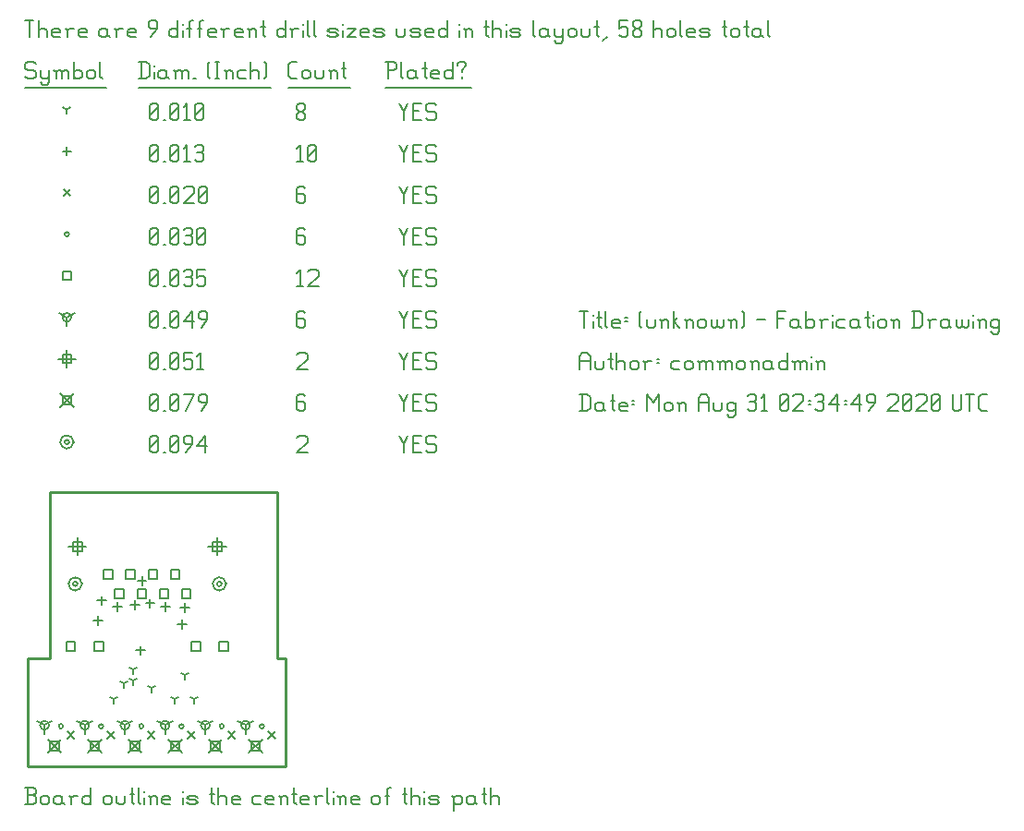
<source format=gbr>
G04 start of page 14 for group -3984 idx -3984 *
G04 Title: (unknown), fab *
G04 Creator: pcb 4.2.0 *
G04 CreationDate: Mon Aug 31 02:34:49 2020 UTC *
G04 For: commonadmin *
G04 Format: Gerber/RS-274X *
G04 PCB-Dimensions (mil): 1000.00 1100.00 *
G04 PCB-Coordinate-Origin: lower left *
%MOIN*%
%FSLAX25Y25*%
%LNFAB*%
%ADD116C,0.0100*%
%ADD115C,0.0075*%
%ADD114C,0.0060*%
%ADD113R,0.0080X0.0080*%
G54D113*X17231Y70000D02*G75*G03X18831Y70000I800J0D01*G01*
G75*G03X17231Y70000I-800J0D01*G01*
X15631D02*G75*G03X20431Y70000I2400J0D01*G01*
G75*G03X15631Y70000I-2400J0D01*G01*
X69200D02*G75*G03X70800Y70000I800J0D01*G01*
G75*G03X69200Y70000I-800J0D01*G01*
X67600D02*G75*G03X72400Y70000I2400J0D01*G01*
G75*G03X67600Y70000I-2400J0D01*G01*
X14200Y121250D02*G75*G03X15800Y121250I800J0D01*G01*
G75*G03X14200Y121250I-800J0D01*G01*
X12600D02*G75*G03X17400Y121250I2400J0D01*G01*
G75*G03X12600Y121250I-2400J0D01*G01*
G54D114*X135000Y123500D02*X136500Y120500D01*
X138000Y123500D01*
X136500Y120500D02*Y117500D01*
X139800Y120800D02*X142050D01*
X139800Y117500D02*X142800D01*
X139800Y123500D02*Y117500D01*
Y123500D02*X142800D01*
X147600D02*X148350Y122750D01*
X145350Y123500D02*X147600D01*
X144600Y122750D02*X145350Y123500D01*
X144600Y122750D02*Y121250D01*
X145350Y120500D01*
X147600D01*
X148350Y119750D01*
Y118250D01*
X147600Y117500D02*X148350Y118250D01*
X145350Y117500D02*X147600D01*
X144600Y118250D02*X145350Y117500D01*
X98000Y122750D02*X98750Y123500D01*
X101000D01*
X101750Y122750D01*
Y121250D01*
X98000Y117500D02*X101750Y121250D01*
X98000Y117500D02*X101750D01*
X45000Y118250D02*X45750Y117500D01*
X45000Y122750D02*Y118250D01*
Y122750D02*X45750Y123500D01*
X47250D01*
X48000Y122750D01*
Y118250D01*
X47250Y117500D02*X48000Y118250D01*
X45750Y117500D02*X47250D01*
X45000Y119000D02*X48000Y122000D01*
X49800Y117500D02*X50550D01*
X52350Y118250D02*X53100Y117500D01*
X52350Y122750D02*Y118250D01*
Y122750D02*X53100Y123500D01*
X54600D01*
X55350Y122750D01*
Y118250D01*
X54600Y117500D02*X55350Y118250D01*
X53100Y117500D02*X54600D01*
X52350Y119000D02*X55350Y122000D01*
X57900Y117500D02*X60150Y120500D01*
Y122750D02*Y120500D01*
X59400Y123500D02*X60150Y122750D01*
X57900Y123500D02*X59400D01*
X57150Y122750D02*X57900Y123500D01*
X57150Y122750D02*Y121250D01*
X57900Y120500D01*
X60150D01*
X61950Y119750D02*X64950Y123500D01*
X61950Y119750D02*X65700D01*
X64950Y123500D02*Y117500D01*
X8100Y13900D02*X12900Y9100D01*
X8100D02*X12900Y13900D01*
X8900Y13100D02*X12100D01*
X8900D02*Y9900D01*
X12100D01*
Y13100D02*Y9900D01*
X22600Y13900D02*X27400Y9100D01*
X22600D02*X27400Y13900D01*
X23400Y13100D02*X26600D01*
X23400D02*Y9900D01*
X26600D01*
Y13100D02*Y9900D01*
X37100Y13900D02*X41900Y9100D01*
X37100D02*X41900Y13900D01*
X37900Y13100D02*X41100D01*
X37900D02*Y9900D01*
X41100D01*
Y13100D02*Y9900D01*
X51600Y13900D02*X56400Y9100D01*
X51600D02*X56400Y13900D01*
X52400Y13100D02*X55600D01*
X52400D02*Y9900D01*
X55600D01*
Y13100D02*Y9900D01*
X66100Y13900D02*X70900Y9100D01*
X66100D02*X70900Y13900D01*
X66900Y13100D02*X70100D01*
X66900D02*Y9900D01*
X70100D01*
Y13100D02*Y9900D01*
X80600Y13900D02*X85400Y9100D01*
X80600D02*X85400Y13900D01*
X81400Y13100D02*X84600D01*
X81400D02*Y9900D01*
X84600D01*
Y13100D02*Y9900D01*
X12600Y138650D02*X17400Y133850D01*
X12600D02*X17400Y138650D01*
X13400Y137850D02*X16600D01*
X13400D02*Y134650D01*
X16600D01*
Y137850D02*Y134650D01*
X135000Y138500D02*X136500Y135500D01*
X138000Y138500D01*
X136500Y135500D02*Y132500D01*
X139800Y135800D02*X142050D01*
X139800Y132500D02*X142800D01*
X139800Y138500D02*Y132500D01*
Y138500D02*X142800D01*
X147600D02*X148350Y137750D01*
X145350Y138500D02*X147600D01*
X144600Y137750D02*X145350Y138500D01*
X144600Y137750D02*Y136250D01*
X145350Y135500D01*
X147600D01*
X148350Y134750D01*
Y133250D01*
X147600Y132500D02*X148350Y133250D01*
X145350Y132500D02*X147600D01*
X144600Y133250D02*X145350Y132500D01*
X100250Y138500D02*X101000Y137750D01*
X98750Y138500D02*X100250D01*
X98000Y137750D02*X98750Y138500D01*
X98000Y137750D02*Y133250D01*
X98750Y132500D01*
X100250Y135800D02*X101000Y135050D01*
X98000Y135800D02*X100250D01*
X98750Y132500D02*X100250D01*
X101000Y133250D01*
Y135050D02*Y133250D01*
X45000D02*X45750Y132500D01*
X45000Y137750D02*Y133250D01*
Y137750D02*X45750Y138500D01*
X47250D01*
X48000Y137750D01*
Y133250D01*
X47250Y132500D02*X48000Y133250D01*
X45750Y132500D02*X47250D01*
X45000Y134000D02*X48000Y137000D01*
X49800Y132500D02*X50550D01*
X52350Y133250D02*X53100Y132500D01*
X52350Y137750D02*Y133250D01*
Y137750D02*X53100Y138500D01*
X54600D01*
X55350Y137750D01*
Y133250D01*
X54600Y132500D02*X55350Y133250D01*
X53100Y132500D02*X54600D01*
X52350Y134000D02*X55350Y137000D01*
X57900Y132500D02*X60900Y138500D01*
X57150D02*X60900D01*
X63450Y132500D02*X65700Y135500D01*
Y137750D02*Y135500D01*
X64950Y138500D02*X65700Y137750D01*
X63450Y138500D02*X64950D01*
X62700Y137750D02*X63450Y138500D01*
X62700Y137750D02*Y136250D01*
X63450Y135500D01*
X65700D01*
X69213Y86704D02*Y80304D01*
X66013Y83504D02*X72413D01*
X67613Y85104D02*X70813D01*
X67613D02*Y81904D01*
X70813D01*
Y85104D02*Y81904D01*
X18819Y86704D02*Y80304D01*
X15619Y83504D02*X22019D01*
X17219Y85104D02*X20419D01*
X17219D02*Y81904D01*
X20419D01*
Y85104D02*Y81904D01*
X15000Y154450D02*Y148050D01*
X11800Y151250D02*X18200D01*
X13400Y152850D02*X16600D01*
X13400D02*Y149650D01*
X16600D01*
Y152850D02*Y149650D01*
X135000Y153500D02*X136500Y150500D01*
X138000Y153500D01*
X136500Y150500D02*Y147500D01*
X139800Y150800D02*X142050D01*
X139800Y147500D02*X142800D01*
X139800Y153500D02*Y147500D01*
Y153500D02*X142800D01*
X147600D02*X148350Y152750D01*
X145350Y153500D02*X147600D01*
X144600Y152750D02*X145350Y153500D01*
X144600Y152750D02*Y151250D01*
X145350Y150500D01*
X147600D01*
X148350Y149750D01*
Y148250D01*
X147600Y147500D02*X148350Y148250D01*
X145350Y147500D02*X147600D01*
X144600Y148250D02*X145350Y147500D01*
X98000Y152750D02*X98750Y153500D01*
X101000D01*
X101750Y152750D01*
Y151250D01*
X98000Y147500D02*X101750Y151250D01*
X98000Y147500D02*X101750D01*
X45000Y148250D02*X45750Y147500D01*
X45000Y152750D02*Y148250D01*
Y152750D02*X45750Y153500D01*
X47250D01*
X48000Y152750D01*
Y148250D01*
X47250Y147500D02*X48000Y148250D01*
X45750Y147500D02*X47250D01*
X45000Y149000D02*X48000Y152000D01*
X49800Y147500D02*X50550D01*
X52350Y148250D02*X53100Y147500D01*
X52350Y152750D02*Y148250D01*
Y152750D02*X53100Y153500D01*
X54600D01*
X55350Y152750D01*
Y148250D01*
X54600Y147500D02*X55350Y148250D01*
X53100Y147500D02*X54600D01*
X52350Y149000D02*X55350Y152000D01*
X57150Y153500D02*X60150D01*
X57150D02*Y150500D01*
X57900Y151250D01*
X59400D01*
X60150Y150500D01*
Y148250D01*
X59400Y147500D02*X60150Y148250D01*
X57900Y147500D02*X59400D01*
X57150Y148250D02*X57900Y147500D01*
X61950Y152300D02*X63150Y153500D01*
Y147500D01*
X61950D02*X64200D01*
X6957Y18980D02*Y15780D01*
Y18980D02*X9730Y20580D01*
X6957Y18980D02*X4183Y20580D01*
X5357Y18980D02*G75*G03X8557Y18980I1600J0D01*G01*
G75*G03X5357Y18980I-1600J0D01*G01*
X21457D02*Y15780D01*
Y18980D02*X24230Y20580D01*
X21457Y18980D02*X18683Y20580D01*
X19857Y18980D02*G75*G03X23057Y18980I1600J0D01*G01*
G75*G03X19857Y18980I-1600J0D01*G01*
X35957D02*Y15780D01*
Y18980D02*X38730Y20580D01*
X35957Y18980D02*X33183Y20580D01*
X34357Y18980D02*G75*G03X37557Y18980I1600J0D01*G01*
G75*G03X34357Y18980I-1600J0D01*G01*
X50457D02*Y15780D01*
Y18980D02*X53230Y20580D01*
X50457Y18980D02*X47683Y20580D01*
X48857Y18980D02*G75*G03X52057Y18980I1600J0D01*G01*
G75*G03X48857Y18980I-1600J0D01*G01*
X64957D02*Y15780D01*
Y18980D02*X67730Y20580D01*
X64957Y18980D02*X62183Y20580D01*
X63357Y18980D02*G75*G03X66557Y18980I1600J0D01*G01*
G75*G03X63357Y18980I-1600J0D01*G01*
X79457D02*Y15780D01*
Y18980D02*X82230Y20580D01*
X79457Y18980D02*X76683Y20580D01*
X77857Y18980D02*G75*G03X81057Y18980I1600J0D01*G01*
G75*G03X77857Y18980I-1600J0D01*G01*
X15000Y166250D02*Y163050D01*
Y166250D02*X17773Y167850D01*
X15000Y166250D02*X12227Y167850D01*
X13400Y166250D02*G75*G03X16600Y166250I1600J0D01*G01*
G75*G03X13400Y166250I-1600J0D01*G01*
X135000Y168500D02*X136500Y165500D01*
X138000Y168500D01*
X136500Y165500D02*Y162500D01*
X139800Y165800D02*X142050D01*
X139800Y162500D02*X142800D01*
X139800Y168500D02*Y162500D01*
Y168500D02*X142800D01*
X147600D02*X148350Y167750D01*
X145350Y168500D02*X147600D01*
X144600Y167750D02*X145350Y168500D01*
X144600Y167750D02*Y166250D01*
X145350Y165500D01*
X147600D01*
X148350Y164750D01*
Y163250D01*
X147600Y162500D02*X148350Y163250D01*
X145350Y162500D02*X147600D01*
X144600Y163250D02*X145350Y162500D01*
X100250Y168500D02*X101000Y167750D01*
X98750Y168500D02*X100250D01*
X98000Y167750D02*X98750Y168500D01*
X98000Y167750D02*Y163250D01*
X98750Y162500D01*
X100250Y165800D02*X101000Y165050D01*
X98000Y165800D02*X100250D01*
X98750Y162500D02*X100250D01*
X101000Y163250D01*
Y165050D02*Y163250D01*
X45000D02*X45750Y162500D01*
X45000Y167750D02*Y163250D01*
Y167750D02*X45750Y168500D01*
X47250D01*
X48000Y167750D01*
Y163250D01*
X47250Y162500D02*X48000Y163250D01*
X45750Y162500D02*X47250D01*
X45000Y164000D02*X48000Y167000D01*
X49800Y162500D02*X50550D01*
X52350Y163250D02*X53100Y162500D01*
X52350Y167750D02*Y163250D01*
Y167750D02*X53100Y168500D01*
X54600D01*
X55350Y167750D01*
Y163250D01*
X54600Y162500D02*X55350Y163250D01*
X53100Y162500D02*X54600D01*
X52350Y164000D02*X55350Y167000D01*
X57150Y164750D02*X60150Y168500D01*
X57150Y164750D02*X60900D01*
X60150Y168500D02*Y162500D01*
X63450D02*X65700Y165500D01*
Y167750D02*Y165500D01*
X64950Y168500D02*X65700Y167750D01*
X63450Y168500D02*X64950D01*
X62700Y167750D02*X63450Y168500D01*
X62700Y167750D02*Y166250D01*
X63450Y165500D01*
X65700D01*
X59935Y49120D02*X63135D01*
X59935D02*Y45920D01*
X63135D01*
Y49120D02*Y45920D01*
X69975Y49120D02*X73175D01*
X69975D02*Y45920D01*
X73175D01*
Y49120D02*Y45920D01*
X44424Y75143D02*X47624D01*
X44424D02*Y71943D01*
X47624D01*
Y75143D02*Y71943D01*
X52455Y75143D02*X55655D01*
X52455D02*Y71943D01*
X55655D01*
Y75143D02*Y71943D01*
X36392Y75143D02*X39592D01*
X36392D02*Y71943D01*
X39592D01*
Y75143D02*Y71943D01*
X28361Y75143D02*X31561D01*
X28361D02*Y71943D01*
X31561D01*
Y75143D02*Y71943D01*
X40408Y68057D02*X43608D01*
X40408D02*Y64857D01*
X43608D01*
Y68057D02*Y64857D01*
X32376Y68057D02*X35576D01*
X32376D02*Y64857D01*
X35576D01*
Y68057D02*Y64857D01*
X48439Y68057D02*X51639D01*
X48439D02*Y64857D01*
X51639D01*
Y68057D02*Y64857D01*
X56471Y68057D02*X59671D01*
X56471D02*Y64857D01*
X59671D01*
Y68057D02*Y64857D01*
X14857Y49120D02*X18057D01*
X14857D02*Y45920D01*
X18057D01*
Y49120D02*Y45920D01*
X24896Y49120D02*X28096D01*
X24896D02*Y45920D01*
X28096D01*
Y49120D02*Y45920D01*
X13400Y182850D02*X16600D01*
X13400D02*Y179650D01*
X16600D01*
Y182850D02*Y179650D01*
X135000Y183500D02*X136500Y180500D01*
X138000Y183500D01*
X136500Y180500D02*Y177500D01*
X139800Y180800D02*X142050D01*
X139800Y177500D02*X142800D01*
X139800Y183500D02*Y177500D01*
Y183500D02*X142800D01*
X147600D02*X148350Y182750D01*
X145350Y183500D02*X147600D01*
X144600Y182750D02*X145350Y183500D01*
X144600Y182750D02*Y181250D01*
X145350Y180500D01*
X147600D01*
X148350Y179750D01*
Y178250D01*
X147600Y177500D02*X148350Y178250D01*
X145350Y177500D02*X147600D01*
X144600Y178250D02*X145350Y177500D01*
X98000Y182300D02*X99200Y183500D01*
Y177500D01*
X98000D02*X100250D01*
X102050Y182750D02*X102800Y183500D01*
X105050D01*
X105800Y182750D01*
Y181250D01*
X102050Y177500D02*X105800Y181250D01*
X102050Y177500D02*X105800D01*
X45000Y178250D02*X45750Y177500D01*
X45000Y182750D02*Y178250D01*
Y182750D02*X45750Y183500D01*
X47250D01*
X48000Y182750D01*
Y178250D01*
X47250Y177500D02*X48000Y178250D01*
X45750Y177500D02*X47250D01*
X45000Y179000D02*X48000Y182000D01*
X49800Y177500D02*X50550D01*
X52350Y178250D02*X53100Y177500D01*
X52350Y182750D02*Y178250D01*
Y182750D02*X53100Y183500D01*
X54600D01*
X55350Y182750D01*
Y178250D01*
X54600Y177500D02*X55350Y178250D01*
X53100Y177500D02*X54600D01*
X52350Y179000D02*X55350Y182000D01*
X57150Y182750D02*X57900Y183500D01*
X59400D01*
X60150Y182750D01*
X59400Y177500D02*X60150Y178250D01*
X57900Y177500D02*X59400D01*
X57150Y178250D02*X57900Y177500D01*
Y180800D02*X59400D01*
X60150Y182750D02*Y181550D01*
Y180050D02*Y178250D01*
Y180050D02*X59400Y180800D01*
X60150Y181550D02*X59400Y180800D01*
X61950Y183500D02*X64950D01*
X61950D02*Y180500D01*
X62700Y181250D01*
X64200D01*
X64950Y180500D01*
Y178250D01*
X64200Y177500D02*X64950Y178250D01*
X62700Y177500D02*X64200D01*
X61950Y178250D02*X62700Y177500D01*
X12062Y18587D02*G75*G03X13662Y18587I800J0D01*G01*
G75*G03X12062Y18587I-800J0D01*G01*
X26562D02*G75*G03X28162Y18587I800J0D01*G01*
G75*G03X26562Y18587I-800J0D01*G01*
X41062D02*G75*G03X42662Y18587I800J0D01*G01*
G75*G03X41062Y18587I-800J0D01*G01*
X55562D02*G75*G03X57162Y18587I800J0D01*G01*
G75*G03X55562Y18587I-800J0D01*G01*
X70062D02*G75*G03X71662Y18587I800J0D01*G01*
G75*G03X70062Y18587I-800J0D01*G01*
X84562D02*G75*G03X86162Y18587I800J0D01*G01*
G75*G03X84562Y18587I-800J0D01*G01*
X14200Y196250D02*G75*G03X15800Y196250I800J0D01*G01*
G75*G03X14200Y196250I-800J0D01*G01*
X135000Y198500D02*X136500Y195500D01*
X138000Y198500D01*
X136500Y195500D02*Y192500D01*
X139800Y195800D02*X142050D01*
X139800Y192500D02*X142800D01*
X139800Y198500D02*Y192500D01*
Y198500D02*X142800D01*
X147600D02*X148350Y197750D01*
X145350Y198500D02*X147600D01*
X144600Y197750D02*X145350Y198500D01*
X144600Y197750D02*Y196250D01*
X145350Y195500D01*
X147600D01*
X148350Y194750D01*
Y193250D01*
X147600Y192500D02*X148350Y193250D01*
X145350Y192500D02*X147600D01*
X144600Y193250D02*X145350Y192500D01*
X100250Y198500D02*X101000Y197750D01*
X98750Y198500D02*X100250D01*
X98000Y197750D02*X98750Y198500D01*
X98000Y197750D02*Y193250D01*
X98750Y192500D01*
X100250Y195800D02*X101000Y195050D01*
X98000Y195800D02*X100250D01*
X98750Y192500D02*X100250D01*
X101000Y193250D01*
Y195050D02*Y193250D01*
X45000D02*X45750Y192500D01*
X45000Y197750D02*Y193250D01*
Y197750D02*X45750Y198500D01*
X47250D01*
X48000Y197750D01*
Y193250D01*
X47250Y192500D02*X48000Y193250D01*
X45750Y192500D02*X47250D01*
X45000Y194000D02*X48000Y197000D01*
X49800Y192500D02*X50550D01*
X52350Y193250D02*X53100Y192500D01*
X52350Y197750D02*Y193250D01*
Y197750D02*X53100Y198500D01*
X54600D01*
X55350Y197750D01*
Y193250D01*
X54600Y192500D02*X55350Y193250D01*
X53100Y192500D02*X54600D01*
X52350Y194000D02*X55350Y197000D01*
X57150Y197750D02*X57900Y198500D01*
X59400D01*
X60150Y197750D01*
X59400Y192500D02*X60150Y193250D01*
X57900Y192500D02*X59400D01*
X57150Y193250D02*X57900Y192500D01*
Y195800D02*X59400D01*
X60150Y197750D02*Y196550D01*
Y195050D02*Y193250D01*
Y195050D02*X59400Y195800D01*
X60150Y196550D02*X59400Y195800D01*
X61950Y193250D02*X62700Y192500D01*
X61950Y197750D02*Y193250D01*
Y197750D02*X62700Y198500D01*
X64200D01*
X64950Y197750D01*
Y193250D01*
X64200Y192500D02*X64950Y193250D01*
X62700Y192500D02*X64200D01*
X61950Y194000D02*X64950Y197000D01*
X15206Y16637D02*X17606Y14237D01*
X15206D02*X17606Y16637D01*
X29706D02*X32106Y14237D01*
X29706D02*X32106Y16637D01*
X44206D02*X46606Y14237D01*
X44206D02*X46606Y16637D01*
X58706D02*X61106Y14237D01*
X58706D02*X61106Y16637D01*
X73206D02*X75606Y14237D01*
X73206D02*X75606Y16637D01*
X87706D02*X90106Y14237D01*
X87706D02*X90106Y16637D01*
X13800Y212450D02*X16200Y210050D01*
X13800D02*X16200Y212450D01*
X135000Y213500D02*X136500Y210500D01*
X138000Y213500D01*
X136500Y210500D02*Y207500D01*
X139800Y210800D02*X142050D01*
X139800Y207500D02*X142800D01*
X139800Y213500D02*Y207500D01*
Y213500D02*X142800D01*
X147600D02*X148350Y212750D01*
X145350Y213500D02*X147600D01*
X144600Y212750D02*X145350Y213500D01*
X144600Y212750D02*Y211250D01*
X145350Y210500D01*
X147600D01*
X148350Y209750D01*
Y208250D01*
X147600Y207500D02*X148350Y208250D01*
X145350Y207500D02*X147600D01*
X144600Y208250D02*X145350Y207500D01*
X100250Y213500D02*X101000Y212750D01*
X98750Y213500D02*X100250D01*
X98000Y212750D02*X98750Y213500D01*
X98000Y212750D02*Y208250D01*
X98750Y207500D01*
X100250Y210800D02*X101000Y210050D01*
X98000Y210800D02*X100250D01*
X98750Y207500D02*X100250D01*
X101000Y208250D01*
Y210050D02*Y208250D01*
X45000D02*X45750Y207500D01*
X45000Y212750D02*Y208250D01*
Y212750D02*X45750Y213500D01*
X47250D01*
X48000Y212750D01*
Y208250D01*
X47250Y207500D02*X48000Y208250D01*
X45750Y207500D02*X47250D01*
X45000Y209000D02*X48000Y212000D01*
X49800Y207500D02*X50550D01*
X52350Y208250D02*X53100Y207500D01*
X52350Y212750D02*Y208250D01*
Y212750D02*X53100Y213500D01*
X54600D01*
X55350Y212750D01*
Y208250D01*
X54600Y207500D02*X55350Y208250D01*
X53100Y207500D02*X54600D01*
X52350Y209000D02*X55350Y212000D01*
X57150Y212750D02*X57900Y213500D01*
X60150D01*
X60900Y212750D01*
Y211250D01*
X57150Y207500D02*X60900Y211250D01*
X57150Y207500D02*X60900D01*
X62700Y208250D02*X63450Y207500D01*
X62700Y212750D02*Y208250D01*
Y212750D02*X63450Y213500D01*
X64950D01*
X65700Y212750D01*
Y208250D01*
X64950Y207500D02*X65700Y208250D01*
X63450Y207500D02*X64950D01*
X62700Y209000D02*X65700Y212000D01*
X26200Y58500D02*Y55300D01*
X24600Y56900D02*X27800D01*
X41500Y47600D02*Y44400D01*
X39900Y46000D02*X43100D01*
X56500Y57100D02*Y53900D01*
X54900Y55500D02*X58100D01*
X57500Y63100D02*Y59900D01*
X55900Y61500D02*X59100D01*
X27500Y65600D02*Y62400D01*
X25900Y64000D02*X29100D01*
X45000Y64600D02*Y61400D01*
X43400Y63000D02*X46600D01*
X33300Y63500D02*Y60300D01*
X31700Y61900D02*X34900D01*
X39500Y64100D02*Y60900D01*
X37900Y62500D02*X41100D01*
X42100Y72700D02*Y69500D01*
X40500Y71100D02*X43700D01*
X50500Y63400D02*Y60200D01*
X48900Y61800D02*X52100D01*
X15000Y227850D02*Y224650D01*
X13400Y226250D02*X16600D01*
X135000Y228500D02*X136500Y225500D01*
X138000Y228500D01*
X136500Y225500D02*Y222500D01*
X139800Y225800D02*X142050D01*
X139800Y222500D02*X142800D01*
X139800Y228500D02*Y222500D01*
Y228500D02*X142800D01*
X147600D02*X148350Y227750D01*
X145350Y228500D02*X147600D01*
X144600Y227750D02*X145350Y228500D01*
X144600Y227750D02*Y226250D01*
X145350Y225500D01*
X147600D01*
X148350Y224750D01*
Y223250D01*
X147600Y222500D02*X148350Y223250D01*
X145350Y222500D02*X147600D01*
X144600Y223250D02*X145350Y222500D01*
X98000Y227300D02*X99200Y228500D01*
Y222500D01*
X98000D02*X100250D01*
X102050Y223250D02*X102800Y222500D01*
X102050Y227750D02*Y223250D01*
Y227750D02*X102800Y228500D01*
X104300D01*
X105050Y227750D01*
Y223250D01*
X104300Y222500D02*X105050Y223250D01*
X102800Y222500D02*X104300D01*
X102050Y224000D02*X105050Y227000D01*
X45000Y223250D02*X45750Y222500D01*
X45000Y227750D02*Y223250D01*
Y227750D02*X45750Y228500D01*
X47250D01*
X48000Y227750D01*
Y223250D01*
X47250Y222500D02*X48000Y223250D01*
X45750Y222500D02*X47250D01*
X45000Y224000D02*X48000Y227000D01*
X49800Y222500D02*X50550D01*
X52350Y223250D02*X53100Y222500D01*
X52350Y227750D02*Y223250D01*
Y227750D02*X53100Y228500D01*
X54600D01*
X55350Y227750D01*
Y223250D01*
X54600Y222500D02*X55350Y223250D01*
X53100Y222500D02*X54600D01*
X52350Y224000D02*X55350Y227000D01*
X57150Y227300D02*X58350Y228500D01*
Y222500D01*
X57150D02*X59400D01*
X61200Y227750D02*X61950Y228500D01*
X63450D01*
X64200Y227750D01*
X63450Y222500D02*X64200Y223250D01*
X61950Y222500D02*X63450D01*
X61200Y223250D02*X61950Y222500D01*
Y225800D02*X63450D01*
X64200Y227750D02*Y226550D01*
Y225050D02*Y223250D01*
Y225050D02*X63450Y225800D01*
X64200Y226550D02*X63450Y225800D01*
X54000Y28500D02*Y26900D01*
Y28500D02*X55387Y29300D01*
X54000Y28500D02*X52613Y29300D01*
X57500Y37000D02*Y35400D01*
Y37000D02*X58887Y37800D01*
X57500Y37000D02*X56113Y37800D01*
X39000Y35000D02*Y33400D01*
Y35000D02*X40387Y35800D01*
X39000Y35000D02*X37613Y35800D01*
X39000Y39000D02*Y37400D01*
Y39000D02*X40387Y39800D01*
X39000Y39000D02*X37613Y39800D01*
X35500Y34000D02*Y32400D01*
Y34000D02*X36887Y34800D01*
X35500Y34000D02*X34113Y34800D01*
X32000Y28500D02*Y26900D01*
Y28500D02*X33387Y29300D01*
X32000Y28500D02*X30613Y29300D01*
X45500Y32500D02*Y30900D01*
Y32500D02*X46887Y33300D01*
X45500Y32500D02*X44113Y33300D01*
X61000Y28500D02*Y26900D01*
Y28500D02*X62387Y29300D01*
X61000Y28500D02*X59613Y29300D01*
X15000Y241250D02*Y239650D01*
Y241250D02*X16387Y242050D01*
X15000Y241250D02*X13613Y242050D01*
X135000Y243500D02*X136500Y240500D01*
X138000Y243500D01*
X136500Y240500D02*Y237500D01*
X139800Y240800D02*X142050D01*
X139800Y237500D02*X142800D01*
X139800Y243500D02*Y237500D01*
Y243500D02*X142800D01*
X147600D02*X148350Y242750D01*
X145350Y243500D02*X147600D01*
X144600Y242750D02*X145350Y243500D01*
X144600Y242750D02*Y241250D01*
X145350Y240500D01*
X147600D01*
X148350Y239750D01*
Y238250D01*
X147600Y237500D02*X148350Y238250D01*
X145350Y237500D02*X147600D01*
X144600Y238250D02*X145350Y237500D01*
X98000Y238250D02*X98750Y237500D01*
X98000Y239450D02*Y238250D01*
Y239450D02*X99050Y240500D01*
X99950D01*
X101000Y239450D01*
Y238250D01*
X100250Y237500D02*X101000Y238250D01*
X98750Y237500D02*X100250D01*
X98000Y241550D02*X99050Y240500D01*
X98000Y242750D02*Y241550D01*
Y242750D02*X98750Y243500D01*
X100250D01*
X101000Y242750D01*
Y241550D01*
X99950Y240500D02*X101000Y241550D01*
X45000Y238250D02*X45750Y237500D01*
X45000Y242750D02*Y238250D01*
Y242750D02*X45750Y243500D01*
X47250D01*
X48000Y242750D01*
Y238250D01*
X47250Y237500D02*X48000Y238250D01*
X45750Y237500D02*X47250D01*
X45000Y239000D02*X48000Y242000D01*
X49800Y237500D02*X50550D01*
X52350Y238250D02*X53100Y237500D01*
X52350Y242750D02*Y238250D01*
Y242750D02*X53100Y243500D01*
X54600D01*
X55350Y242750D01*
Y238250D01*
X54600Y237500D02*X55350Y238250D01*
X53100Y237500D02*X54600D01*
X52350Y239000D02*X55350Y242000D01*
X57150Y242300D02*X58350Y243500D01*
Y237500D01*
X57150D02*X59400D01*
X61200Y238250D02*X61950Y237500D01*
X61200Y242750D02*Y238250D01*
Y242750D02*X61950Y243500D01*
X63450D01*
X64200Y242750D01*
Y238250D01*
X63450Y237500D02*X64200Y238250D01*
X61950Y237500D02*X63450D01*
X61200Y239000D02*X64200Y242000D01*
X3000Y258500D02*X3750Y257750D01*
X750Y258500D02*X3000D01*
X0Y257750D02*X750Y258500D01*
X0Y257750D02*Y256250D01*
X750Y255500D01*
X3000D01*
X3750Y254750D01*
Y253250D01*
X3000Y252500D02*X3750Y253250D01*
X750Y252500D02*X3000D01*
X0Y253250D02*X750Y252500D01*
X5550Y255500D02*Y253250D01*
X6300Y252500D01*
X8550Y255500D02*Y251000D01*
X7800Y250250D02*X8550Y251000D01*
X6300Y250250D02*X7800D01*
X5550Y251000D02*X6300Y250250D01*
Y252500D02*X7800D01*
X8550Y253250D01*
X11100Y254750D02*Y252500D01*
Y254750D02*X11850Y255500D01*
X12600D01*
X13350Y254750D01*
Y252500D01*
Y254750D02*X14100Y255500D01*
X14850D01*
X15600Y254750D01*
Y252500D01*
X10350Y255500D02*X11100Y254750D01*
X17400Y258500D02*Y252500D01*
Y253250D02*X18150Y252500D01*
X19650D01*
X20400Y253250D01*
Y254750D02*Y253250D01*
X19650Y255500D02*X20400Y254750D01*
X18150Y255500D02*X19650D01*
X17400Y254750D02*X18150Y255500D01*
X22200Y254750D02*Y253250D01*
Y254750D02*X22950Y255500D01*
X24450D01*
X25200Y254750D01*
Y253250D01*
X24450Y252500D02*X25200Y253250D01*
X22950Y252500D02*X24450D01*
X22200Y253250D02*X22950Y252500D01*
X27000Y258500D02*Y253250D01*
X27750Y252500D01*
X0Y249250D02*X29250D01*
X41750Y258500D02*Y252500D01*
X43700Y258500D02*X44750Y257450D01*
Y253550D01*
X43700Y252500D02*X44750Y253550D01*
X41000Y252500D02*X43700D01*
X41000Y258500D02*X43700D01*
G54D115*X46550Y257000D02*Y256850D01*
G54D114*Y254750D02*Y252500D01*
X50300Y255500D02*X51050Y254750D01*
X48800Y255500D02*X50300D01*
X48050Y254750D02*X48800Y255500D01*
X48050Y254750D02*Y253250D01*
X48800Y252500D01*
X51050Y255500D02*Y253250D01*
X51800Y252500D01*
X48800D02*X50300D01*
X51050Y253250D01*
X54350Y254750D02*Y252500D01*
Y254750D02*X55100Y255500D01*
X55850D01*
X56600Y254750D01*
Y252500D01*
Y254750D02*X57350Y255500D01*
X58100D01*
X58850Y254750D01*
Y252500D01*
X53600Y255500D02*X54350Y254750D01*
X60650Y252500D02*X61400D01*
X65900Y253250D02*X66650Y252500D01*
X65900Y257750D02*X66650Y258500D01*
X65900Y257750D02*Y253250D01*
X68450Y258500D02*X69950D01*
X69200D02*Y252500D01*
X68450D02*X69950D01*
X72500Y254750D02*Y252500D01*
Y254750D02*X73250Y255500D01*
X74000D01*
X74750Y254750D01*
Y252500D01*
X71750Y255500D02*X72500Y254750D01*
X77300Y255500D02*X79550D01*
X76550Y254750D02*X77300Y255500D01*
X76550Y254750D02*Y253250D01*
X77300Y252500D01*
X79550D01*
X81350Y258500D02*Y252500D01*
Y254750D02*X82100Y255500D01*
X83600D01*
X84350Y254750D01*
Y252500D01*
X86150Y258500D02*X86900Y257750D01*
Y253250D01*
X86150Y252500D02*X86900Y253250D01*
X41000Y249250D02*X88700D01*
X96050Y252500D02*X98000D01*
X95000Y253550D02*X96050Y252500D01*
X95000Y257450D02*Y253550D01*
Y257450D02*X96050Y258500D01*
X98000D01*
X99800Y254750D02*Y253250D01*
Y254750D02*X100550Y255500D01*
X102050D01*
X102800Y254750D01*
Y253250D01*
X102050Y252500D02*X102800Y253250D01*
X100550Y252500D02*X102050D01*
X99800Y253250D02*X100550Y252500D01*
X104600Y255500D02*Y253250D01*
X105350Y252500D01*
X106850D01*
X107600Y253250D01*
Y255500D02*Y253250D01*
X110150Y254750D02*Y252500D01*
Y254750D02*X110900Y255500D01*
X111650D01*
X112400Y254750D01*
Y252500D01*
X109400Y255500D02*X110150Y254750D01*
X114950Y258500D02*Y253250D01*
X115700Y252500D01*
X114200Y256250D02*X115700D01*
X95000Y249250D02*X117200D01*
X130750Y258500D02*Y252500D01*
X130000Y258500D02*X133000D01*
X133750Y257750D01*
Y256250D01*
X133000Y255500D02*X133750Y256250D01*
X130750Y255500D02*X133000D01*
X135550Y258500D02*Y253250D01*
X136300Y252500D01*
X140050Y255500D02*X140800Y254750D01*
X138550Y255500D02*X140050D01*
X137800Y254750D02*X138550Y255500D01*
X137800Y254750D02*Y253250D01*
X138550Y252500D01*
X140800Y255500D02*Y253250D01*
X141550Y252500D01*
X138550D02*X140050D01*
X140800Y253250D01*
X144100Y258500D02*Y253250D01*
X144850Y252500D01*
X143350Y256250D02*X144850D01*
X147100Y252500D02*X149350D01*
X146350Y253250D02*X147100Y252500D01*
X146350Y254750D02*Y253250D01*
Y254750D02*X147100Y255500D01*
X148600D01*
X149350Y254750D01*
X146350Y254000D02*X149350D01*
Y254750D02*Y254000D01*
X154150Y258500D02*Y252500D01*
X153400D02*X154150Y253250D01*
X151900Y252500D02*X153400D01*
X151150Y253250D02*X151900Y252500D01*
X151150Y254750D02*Y253250D01*
Y254750D02*X151900Y255500D01*
X153400D01*
X154150Y254750D01*
X157450Y255500D02*Y254750D01*
Y253250D02*Y252500D01*
X155950Y257750D02*Y257000D01*
Y257750D02*X156700Y258500D01*
X158200D01*
X158950Y257750D01*
Y257000D01*
X157450Y255500D02*X158950Y257000D01*
X130000Y249250D02*X160750D01*
X0Y273500D02*X3000D01*
X1500D02*Y267500D01*
X4800Y273500D02*Y267500D01*
Y269750D02*X5550Y270500D01*
X7050D01*
X7800Y269750D01*
Y267500D01*
X10350D02*X12600D01*
X9600Y268250D02*X10350Y267500D01*
X9600Y269750D02*Y268250D01*
Y269750D02*X10350Y270500D01*
X11850D01*
X12600Y269750D01*
X9600Y269000D02*X12600D01*
Y269750D02*Y269000D01*
X15150Y269750D02*Y267500D01*
Y269750D02*X15900Y270500D01*
X17400D01*
X14400D02*X15150Y269750D01*
X19950Y267500D02*X22200D01*
X19200Y268250D02*X19950Y267500D01*
X19200Y269750D02*Y268250D01*
Y269750D02*X19950Y270500D01*
X21450D01*
X22200Y269750D01*
X19200Y269000D02*X22200D01*
Y269750D02*Y269000D01*
X28950Y270500D02*X29700Y269750D01*
X27450Y270500D02*X28950D01*
X26700Y269750D02*X27450Y270500D01*
X26700Y269750D02*Y268250D01*
X27450Y267500D01*
X29700Y270500D02*Y268250D01*
X30450Y267500D01*
X27450D02*X28950D01*
X29700Y268250D01*
X33000Y269750D02*Y267500D01*
Y269750D02*X33750Y270500D01*
X35250D01*
X32250D02*X33000Y269750D01*
X37800Y267500D02*X40050D01*
X37050Y268250D02*X37800Y267500D01*
X37050Y269750D02*Y268250D01*
Y269750D02*X37800Y270500D01*
X39300D01*
X40050Y269750D01*
X37050Y269000D02*X40050D01*
Y269750D02*Y269000D01*
X45300Y267500D02*X47550Y270500D01*
Y272750D02*Y270500D01*
X46800Y273500D02*X47550Y272750D01*
X45300Y273500D02*X46800D01*
X44550Y272750D02*X45300Y273500D01*
X44550Y272750D02*Y271250D01*
X45300Y270500D01*
X47550D01*
X55050Y273500D02*Y267500D01*
X54300D02*X55050Y268250D01*
X52800Y267500D02*X54300D01*
X52050Y268250D02*X52800Y267500D01*
X52050Y269750D02*Y268250D01*
Y269750D02*X52800Y270500D01*
X54300D01*
X55050Y269750D01*
G54D115*X56850Y272000D02*Y271850D01*
G54D114*Y269750D02*Y267500D01*
X59100Y272750D02*Y267500D01*
Y272750D02*X59850Y273500D01*
X60600D01*
X58350Y270500D02*X59850D01*
X62850Y272750D02*Y267500D01*
Y272750D02*X63600Y273500D01*
X64350D01*
X62100Y270500D02*X63600D01*
X66600Y267500D02*X68850D01*
X65850Y268250D02*X66600Y267500D01*
X65850Y269750D02*Y268250D01*
Y269750D02*X66600Y270500D01*
X68100D01*
X68850Y269750D01*
X65850Y269000D02*X68850D01*
Y269750D02*Y269000D01*
X71400Y269750D02*Y267500D01*
Y269750D02*X72150Y270500D01*
X73650D01*
X70650D02*X71400Y269750D01*
X76200Y267500D02*X78450D01*
X75450Y268250D02*X76200Y267500D01*
X75450Y269750D02*Y268250D01*
Y269750D02*X76200Y270500D01*
X77700D01*
X78450Y269750D01*
X75450Y269000D02*X78450D01*
Y269750D02*Y269000D01*
X81000Y269750D02*Y267500D01*
Y269750D02*X81750Y270500D01*
X82500D01*
X83250Y269750D01*
Y267500D01*
X80250Y270500D02*X81000Y269750D01*
X85800Y273500D02*Y268250D01*
X86550Y267500D01*
X85050Y271250D02*X86550D01*
X93750Y273500D02*Y267500D01*
X93000D02*X93750Y268250D01*
X91500Y267500D02*X93000D01*
X90750Y268250D02*X91500Y267500D01*
X90750Y269750D02*Y268250D01*
Y269750D02*X91500Y270500D01*
X93000D01*
X93750Y269750D01*
X96300D02*Y267500D01*
Y269750D02*X97050Y270500D01*
X98550D01*
X95550D02*X96300Y269750D01*
G54D115*X100350Y272000D02*Y271850D01*
G54D114*Y269750D02*Y267500D01*
X101850Y273500D02*Y268250D01*
X102600Y267500D01*
X104100Y273500D02*Y268250D01*
X104850Y267500D01*
X109800D02*X112050D01*
X112800Y268250D01*
X112050Y269000D02*X112800Y268250D01*
X109800Y269000D02*X112050D01*
X109050Y269750D02*X109800Y269000D01*
X109050Y269750D02*X109800Y270500D01*
X112050D01*
X112800Y269750D01*
X109050Y268250D02*X109800Y267500D01*
G54D115*X114600Y272000D02*Y271850D01*
G54D114*Y269750D02*Y267500D01*
X116100Y270500D02*X119100D01*
X116100Y267500D02*X119100Y270500D01*
X116100Y267500D02*X119100D01*
X121650D02*X123900D01*
X120900Y268250D02*X121650Y267500D01*
X120900Y269750D02*Y268250D01*
Y269750D02*X121650Y270500D01*
X123150D01*
X123900Y269750D01*
X120900Y269000D02*X123900D01*
Y269750D02*Y269000D01*
X126450Y267500D02*X128700D01*
X129450Y268250D01*
X128700Y269000D02*X129450Y268250D01*
X126450Y269000D02*X128700D01*
X125700Y269750D02*X126450Y269000D01*
X125700Y269750D02*X126450Y270500D01*
X128700D01*
X129450Y269750D01*
X125700Y268250D02*X126450Y267500D01*
X133950Y270500D02*Y268250D01*
X134700Y267500D01*
X136200D01*
X136950Y268250D01*
Y270500D02*Y268250D01*
X139500Y267500D02*X141750D01*
X142500Y268250D01*
X141750Y269000D02*X142500Y268250D01*
X139500Y269000D02*X141750D01*
X138750Y269750D02*X139500Y269000D01*
X138750Y269750D02*X139500Y270500D01*
X141750D01*
X142500Y269750D01*
X138750Y268250D02*X139500Y267500D01*
X145050D02*X147300D01*
X144300Y268250D02*X145050Y267500D01*
X144300Y269750D02*Y268250D01*
Y269750D02*X145050Y270500D01*
X146550D01*
X147300Y269750D01*
X144300Y269000D02*X147300D01*
Y269750D02*Y269000D01*
X152100Y273500D02*Y267500D01*
X151350D02*X152100Y268250D01*
X149850Y267500D02*X151350D01*
X149100Y268250D02*X149850Y267500D01*
X149100Y269750D02*Y268250D01*
Y269750D02*X149850Y270500D01*
X151350D01*
X152100Y269750D01*
G54D115*X156600Y272000D02*Y271850D01*
G54D114*Y269750D02*Y267500D01*
X158850Y269750D02*Y267500D01*
Y269750D02*X159600Y270500D01*
X160350D01*
X161100Y269750D01*
Y267500D01*
X158100Y270500D02*X158850Y269750D01*
X166350Y273500D02*Y268250D01*
X167100Y267500D01*
X165600Y271250D02*X167100D01*
X168600Y273500D02*Y267500D01*
Y269750D02*X169350Y270500D01*
X170850D01*
X171600Y269750D01*
Y267500D01*
G54D115*X173400Y272000D02*Y271850D01*
G54D114*Y269750D02*Y267500D01*
X175650D02*X177900D01*
X178650Y268250D01*
X177900Y269000D02*X178650Y268250D01*
X175650Y269000D02*X177900D01*
X174900Y269750D02*X175650Y269000D01*
X174900Y269750D02*X175650Y270500D01*
X177900D01*
X178650Y269750D01*
X174900Y268250D02*X175650Y267500D01*
X183150Y273500D02*Y268250D01*
X183900Y267500D01*
X187650Y270500D02*X188400Y269750D01*
X186150Y270500D02*X187650D01*
X185400Y269750D02*X186150Y270500D01*
X185400Y269750D02*Y268250D01*
X186150Y267500D01*
X188400Y270500D02*Y268250D01*
X189150Y267500D01*
X186150D02*X187650D01*
X188400Y268250D01*
X190950Y270500D02*Y268250D01*
X191700Y267500D01*
X193950Y270500D02*Y266000D01*
X193200Y265250D02*X193950Y266000D01*
X191700Y265250D02*X193200D01*
X190950Y266000D02*X191700Y265250D01*
Y267500D02*X193200D01*
X193950Y268250D01*
X195750Y269750D02*Y268250D01*
Y269750D02*X196500Y270500D01*
X198000D01*
X198750Y269750D01*
Y268250D01*
X198000Y267500D02*X198750Y268250D01*
X196500Y267500D02*X198000D01*
X195750Y268250D02*X196500Y267500D01*
X200550Y270500D02*Y268250D01*
X201300Y267500D01*
X202800D01*
X203550Y268250D01*
Y270500D02*Y268250D01*
X206100Y273500D02*Y268250D01*
X206850Y267500D01*
X205350Y271250D02*X206850D01*
X208350Y266000D02*X209850Y267500D01*
X214350Y273500D02*X217350D01*
X214350D02*Y270500D01*
X215100Y271250D01*
X216600D01*
X217350Y270500D01*
Y268250D01*
X216600Y267500D02*X217350Y268250D01*
X215100Y267500D02*X216600D01*
X214350Y268250D02*X215100Y267500D01*
X219150Y268250D02*X219900Y267500D01*
X219150Y269450D02*Y268250D01*
Y269450D02*X220200Y270500D01*
X221100D01*
X222150Y269450D01*
Y268250D01*
X221400Y267500D02*X222150Y268250D01*
X219900Y267500D02*X221400D01*
X219150Y271550D02*X220200Y270500D01*
X219150Y272750D02*Y271550D01*
Y272750D02*X219900Y273500D01*
X221400D01*
X222150Y272750D01*
Y271550D01*
X221100Y270500D02*X222150Y271550D01*
X226650Y273500D02*Y267500D01*
Y269750D02*X227400Y270500D01*
X228900D01*
X229650Y269750D01*
Y267500D01*
X231450Y269750D02*Y268250D01*
Y269750D02*X232200Y270500D01*
X233700D01*
X234450Y269750D01*
Y268250D01*
X233700Y267500D02*X234450Y268250D01*
X232200Y267500D02*X233700D01*
X231450Y268250D02*X232200Y267500D01*
X236250Y273500D02*Y268250D01*
X237000Y267500D01*
X239250D02*X241500D01*
X238500Y268250D02*X239250Y267500D01*
X238500Y269750D02*Y268250D01*
Y269750D02*X239250Y270500D01*
X240750D01*
X241500Y269750D01*
X238500Y269000D02*X241500D01*
Y269750D02*Y269000D01*
X244050Y267500D02*X246300D01*
X247050Y268250D01*
X246300Y269000D02*X247050Y268250D01*
X244050Y269000D02*X246300D01*
X243300Y269750D02*X244050Y269000D01*
X243300Y269750D02*X244050Y270500D01*
X246300D01*
X247050Y269750D01*
X243300Y268250D02*X244050Y267500D01*
X252300Y273500D02*Y268250D01*
X253050Y267500D01*
X251550Y271250D02*X253050D01*
X254550Y269750D02*Y268250D01*
Y269750D02*X255300Y270500D01*
X256800D01*
X257550Y269750D01*
Y268250D01*
X256800Y267500D02*X257550Y268250D01*
X255300Y267500D02*X256800D01*
X254550Y268250D02*X255300Y267500D01*
X260100Y273500D02*Y268250D01*
X260850Y267500D01*
X259350Y271250D02*X260850D01*
X264600Y270500D02*X265350Y269750D01*
X263100Y270500D02*X264600D01*
X262350Y269750D02*X263100Y270500D01*
X262350Y269750D02*Y268250D01*
X263100Y267500D01*
X265350Y270500D02*Y268250D01*
X266100Y267500D01*
X263100D02*X264600D01*
X265350Y268250D01*
X267900Y273500D02*Y268250D01*
X268650Y267500D01*
G54D116*X9000Y103000D02*Y43000D01*
X1000D01*
Y4000D01*
X94000D01*
X9000Y103000D02*X91000D01*
Y43000D01*
X94000D01*
Y4000D01*
G54D114*X0Y-9500D02*X3000D01*
X3750Y-8750D01*
Y-6950D02*Y-8750D01*
X3000Y-6200D02*X3750Y-6950D01*
X750Y-6200D02*X3000D01*
X750Y-3500D02*Y-9500D01*
X0Y-3500D02*X3000D01*
X3750Y-4250D01*
Y-5450D01*
X3000Y-6200D02*X3750Y-5450D01*
X5550Y-7250D02*Y-8750D01*
Y-7250D02*X6300Y-6500D01*
X7800D01*
X8550Y-7250D01*
Y-8750D01*
X7800Y-9500D02*X8550Y-8750D01*
X6300Y-9500D02*X7800D01*
X5550Y-8750D02*X6300Y-9500D01*
X12600Y-6500D02*X13350Y-7250D01*
X11100Y-6500D02*X12600D01*
X10350Y-7250D02*X11100Y-6500D01*
X10350Y-7250D02*Y-8750D01*
X11100Y-9500D01*
X13350Y-6500D02*Y-8750D01*
X14100Y-9500D01*
X11100D02*X12600D01*
X13350Y-8750D01*
X16650Y-7250D02*Y-9500D01*
Y-7250D02*X17400Y-6500D01*
X18900D01*
X15900D02*X16650Y-7250D01*
X23700Y-3500D02*Y-9500D01*
X22950D02*X23700Y-8750D01*
X21450Y-9500D02*X22950D01*
X20700Y-8750D02*X21450Y-9500D01*
X20700Y-7250D02*Y-8750D01*
Y-7250D02*X21450Y-6500D01*
X22950D01*
X23700Y-7250D01*
X28200D02*Y-8750D01*
Y-7250D02*X28950Y-6500D01*
X30450D01*
X31200Y-7250D01*
Y-8750D01*
X30450Y-9500D02*X31200Y-8750D01*
X28950Y-9500D02*X30450D01*
X28200Y-8750D02*X28950Y-9500D01*
X33000Y-6500D02*Y-8750D01*
X33750Y-9500D01*
X35250D01*
X36000Y-8750D01*
Y-6500D02*Y-8750D01*
X38550Y-3500D02*Y-8750D01*
X39300Y-9500D01*
X37800Y-5750D02*X39300D01*
X40800Y-3500D02*Y-8750D01*
X41550Y-9500D01*
G54D115*X43050Y-5000D02*Y-5150D01*
G54D114*Y-7250D02*Y-9500D01*
X45300Y-7250D02*Y-9500D01*
Y-7250D02*X46050Y-6500D01*
X46800D01*
X47550Y-7250D01*
Y-9500D01*
X44550Y-6500D02*X45300Y-7250D01*
X50100Y-9500D02*X52350D01*
X49350Y-8750D02*X50100Y-9500D01*
X49350Y-7250D02*Y-8750D01*
Y-7250D02*X50100Y-6500D01*
X51600D01*
X52350Y-7250D01*
X49350Y-8000D02*X52350D01*
Y-7250D02*Y-8000D01*
G54D115*X56850Y-5000D02*Y-5150D01*
G54D114*Y-7250D02*Y-9500D01*
X59100D02*X61350D01*
X62100Y-8750D01*
X61350Y-8000D02*X62100Y-8750D01*
X59100Y-8000D02*X61350D01*
X58350Y-7250D02*X59100Y-8000D01*
X58350Y-7250D02*X59100Y-6500D01*
X61350D01*
X62100Y-7250D01*
X58350Y-8750D02*X59100Y-9500D01*
X67350Y-3500D02*Y-8750D01*
X68100Y-9500D01*
X66600Y-5750D02*X68100D01*
X69600Y-3500D02*Y-9500D01*
Y-7250D02*X70350Y-6500D01*
X71850D01*
X72600Y-7250D01*
Y-9500D01*
X75150D02*X77400D01*
X74400Y-8750D02*X75150Y-9500D01*
X74400Y-7250D02*Y-8750D01*
Y-7250D02*X75150Y-6500D01*
X76650D01*
X77400Y-7250D01*
X74400Y-8000D02*X77400D01*
Y-7250D02*Y-8000D01*
X82650Y-6500D02*X84900D01*
X81900Y-7250D02*X82650Y-6500D01*
X81900Y-7250D02*Y-8750D01*
X82650Y-9500D01*
X84900D01*
X87450D02*X89700D01*
X86700Y-8750D02*X87450Y-9500D01*
X86700Y-7250D02*Y-8750D01*
Y-7250D02*X87450Y-6500D01*
X88950D01*
X89700Y-7250D01*
X86700Y-8000D02*X89700D01*
Y-7250D02*Y-8000D01*
X92250Y-7250D02*Y-9500D01*
Y-7250D02*X93000Y-6500D01*
X93750D01*
X94500Y-7250D01*
Y-9500D01*
X91500Y-6500D02*X92250Y-7250D01*
X97050Y-3500D02*Y-8750D01*
X97800Y-9500D01*
X96300Y-5750D02*X97800D01*
X100050Y-9500D02*X102300D01*
X99300Y-8750D02*X100050Y-9500D01*
X99300Y-7250D02*Y-8750D01*
Y-7250D02*X100050Y-6500D01*
X101550D01*
X102300Y-7250D01*
X99300Y-8000D02*X102300D01*
Y-7250D02*Y-8000D01*
X104850Y-7250D02*Y-9500D01*
Y-7250D02*X105600Y-6500D01*
X107100D01*
X104100D02*X104850Y-7250D01*
X108900Y-3500D02*Y-8750D01*
X109650Y-9500D01*
G54D115*X111150Y-5000D02*Y-5150D01*
G54D114*Y-7250D02*Y-9500D01*
X113400Y-7250D02*Y-9500D01*
Y-7250D02*X114150Y-6500D01*
X114900D01*
X115650Y-7250D01*
Y-9500D01*
X112650Y-6500D02*X113400Y-7250D01*
X118200Y-9500D02*X120450D01*
X117450Y-8750D02*X118200Y-9500D01*
X117450Y-7250D02*Y-8750D01*
Y-7250D02*X118200Y-6500D01*
X119700D01*
X120450Y-7250D01*
X117450Y-8000D02*X120450D01*
Y-7250D02*Y-8000D01*
X124950Y-7250D02*Y-8750D01*
Y-7250D02*X125700Y-6500D01*
X127200D01*
X127950Y-7250D01*
Y-8750D01*
X127200Y-9500D02*X127950Y-8750D01*
X125700Y-9500D02*X127200D01*
X124950Y-8750D02*X125700Y-9500D01*
X130500Y-4250D02*Y-9500D01*
Y-4250D02*X131250Y-3500D01*
X132000D01*
X129750Y-6500D02*X131250D01*
X136950Y-3500D02*Y-8750D01*
X137700Y-9500D01*
X136200Y-5750D02*X137700D01*
X139200Y-3500D02*Y-9500D01*
Y-7250D02*X139950Y-6500D01*
X141450D01*
X142200Y-7250D01*
Y-9500D01*
G54D115*X144000Y-5000D02*Y-5150D01*
G54D114*Y-7250D02*Y-9500D01*
X146250D02*X148500D01*
X149250Y-8750D01*
X148500Y-8000D02*X149250Y-8750D01*
X146250Y-8000D02*X148500D01*
X145500Y-7250D02*X146250Y-8000D01*
X145500Y-7250D02*X146250Y-6500D01*
X148500D01*
X149250Y-7250D01*
X145500Y-8750D02*X146250Y-9500D01*
X154500Y-7250D02*Y-11750D01*
X153750Y-6500D02*X154500Y-7250D01*
X155250Y-6500D01*
X156750D01*
X157500Y-7250D01*
Y-8750D01*
X156750Y-9500D02*X157500Y-8750D01*
X155250Y-9500D02*X156750D01*
X154500Y-8750D02*X155250Y-9500D01*
X161550Y-6500D02*X162300Y-7250D01*
X160050Y-6500D02*X161550D01*
X159300Y-7250D02*X160050Y-6500D01*
X159300Y-7250D02*Y-8750D01*
X160050Y-9500D01*
X162300Y-6500D02*Y-8750D01*
X163050Y-9500D01*
X160050D02*X161550D01*
X162300Y-8750D01*
X165600Y-3500D02*Y-8750D01*
X166350Y-9500D01*
X164850Y-5750D02*X166350D01*
X167850Y-3500D02*Y-9500D01*
Y-7250D02*X168600Y-6500D01*
X170100D01*
X170850Y-7250D01*
Y-9500D01*
X200750Y138500D02*Y132500D01*
X202700Y138500D02*X203750Y137450D01*
Y133550D01*
X202700Y132500D02*X203750Y133550D01*
X200000Y132500D02*X202700D01*
X200000Y138500D02*X202700D01*
X207800Y135500D02*X208550Y134750D01*
X206300Y135500D02*X207800D01*
X205550Y134750D02*X206300Y135500D01*
X205550Y134750D02*Y133250D01*
X206300Y132500D01*
X208550Y135500D02*Y133250D01*
X209300Y132500D01*
X206300D02*X207800D01*
X208550Y133250D01*
X211850Y138500D02*Y133250D01*
X212600Y132500D01*
X211100Y136250D02*X212600D01*
X214850Y132500D02*X217100D01*
X214100Y133250D02*X214850Y132500D01*
X214100Y134750D02*Y133250D01*
Y134750D02*X214850Y135500D01*
X216350D01*
X217100Y134750D01*
X214100Y134000D02*X217100D01*
Y134750D02*Y134000D01*
X218900Y136250D02*X219650D01*
X218900Y134750D02*X219650D01*
X224150Y138500D02*Y132500D01*
Y138500D02*X226400Y135500D01*
X228650Y138500D01*
Y132500D01*
X230450Y134750D02*Y133250D01*
Y134750D02*X231200Y135500D01*
X232700D01*
X233450Y134750D01*
Y133250D01*
X232700Y132500D02*X233450Y133250D01*
X231200Y132500D02*X232700D01*
X230450Y133250D02*X231200Y132500D01*
X236000Y134750D02*Y132500D01*
Y134750D02*X236750Y135500D01*
X237500D01*
X238250Y134750D01*
Y132500D01*
X235250Y135500D02*X236000Y134750D01*
X242750Y137000D02*Y132500D01*
Y137000D02*X243800Y138500D01*
X245450D01*
X246500Y137000D01*
Y132500D01*
X242750Y135500D02*X246500D01*
X248300D02*Y133250D01*
X249050Y132500D01*
X250550D01*
X251300Y133250D01*
Y135500D02*Y133250D01*
X255350Y135500D02*X256100Y134750D01*
X253850Y135500D02*X255350D01*
X253100Y134750D02*X253850Y135500D01*
X253100Y134750D02*Y133250D01*
X253850Y132500D01*
X255350D01*
X256100Y133250D01*
X253100Y131000D02*X253850Y130250D01*
X255350D01*
X256100Y131000D01*
Y135500D02*Y131000D01*
X260600Y137750D02*X261350Y138500D01*
X262850D01*
X263600Y137750D01*
X262850Y132500D02*X263600Y133250D01*
X261350Y132500D02*X262850D01*
X260600Y133250D02*X261350Y132500D01*
Y135800D02*X262850D01*
X263600Y137750D02*Y136550D01*
Y135050D02*Y133250D01*
Y135050D02*X262850Y135800D01*
X263600Y136550D02*X262850Y135800D01*
X265400Y137300D02*X266600Y138500D01*
Y132500D01*
X265400D02*X267650D01*
X272150Y133250D02*X272900Y132500D01*
X272150Y137750D02*Y133250D01*
Y137750D02*X272900Y138500D01*
X274400D01*
X275150Y137750D01*
Y133250D01*
X274400Y132500D02*X275150Y133250D01*
X272900Y132500D02*X274400D01*
X272150Y134000D02*X275150Y137000D01*
X276950Y137750D02*X277700Y138500D01*
X279950D01*
X280700Y137750D01*
Y136250D01*
X276950Y132500D02*X280700Y136250D01*
X276950Y132500D02*X280700D01*
X282500Y136250D02*X283250D01*
X282500Y134750D02*X283250D01*
X285050Y137750D02*X285800Y138500D01*
X287300D01*
X288050Y137750D01*
X287300Y132500D02*X288050Y133250D01*
X285800Y132500D02*X287300D01*
X285050Y133250D02*X285800Y132500D01*
Y135800D02*X287300D01*
X288050Y137750D02*Y136550D01*
Y135050D02*Y133250D01*
Y135050D02*X287300Y135800D01*
X288050Y136550D02*X287300Y135800D01*
X289850Y134750D02*X292850Y138500D01*
X289850Y134750D02*X293600D01*
X292850Y138500D02*Y132500D01*
X295400Y136250D02*X296150D01*
X295400Y134750D02*X296150D01*
X297950D02*X300950Y138500D01*
X297950Y134750D02*X301700D01*
X300950Y138500D02*Y132500D01*
X304250D02*X306500Y135500D01*
Y137750D02*Y135500D01*
X305750Y138500D02*X306500Y137750D01*
X304250Y138500D02*X305750D01*
X303500Y137750D02*X304250Y138500D01*
X303500Y137750D02*Y136250D01*
X304250Y135500D01*
X306500D01*
X311000Y137750D02*X311750Y138500D01*
X314000D01*
X314750Y137750D01*
Y136250D01*
X311000Y132500D02*X314750Y136250D01*
X311000Y132500D02*X314750D01*
X316550Y133250D02*X317300Y132500D01*
X316550Y137750D02*Y133250D01*
Y137750D02*X317300Y138500D01*
X318800D01*
X319550Y137750D01*
Y133250D01*
X318800Y132500D02*X319550Y133250D01*
X317300Y132500D02*X318800D01*
X316550Y134000D02*X319550Y137000D01*
X321350Y137750D02*X322100Y138500D01*
X324350D01*
X325100Y137750D01*
Y136250D01*
X321350Y132500D02*X325100Y136250D01*
X321350Y132500D02*X325100D01*
X326900Y133250D02*X327650Y132500D01*
X326900Y137750D02*Y133250D01*
Y137750D02*X327650Y138500D01*
X329150D01*
X329900Y137750D01*
Y133250D01*
X329150Y132500D02*X329900Y133250D01*
X327650Y132500D02*X329150D01*
X326900Y134000D02*X329900Y137000D01*
X334400Y138500D02*Y133250D01*
X335150Y132500D01*
X336650D01*
X337400Y133250D01*
Y138500D02*Y133250D01*
X339200Y138500D02*X342200D01*
X340700D02*Y132500D01*
X345050D02*X347000D01*
X344000Y133550D02*X345050Y132500D01*
X344000Y137450D02*Y133550D01*
Y137450D02*X345050Y138500D01*
X347000D01*
X200000Y152000D02*Y147500D01*
Y152000D02*X201050Y153500D01*
X202700D01*
X203750Y152000D01*
Y147500D01*
X200000Y150500D02*X203750D01*
X205550D02*Y148250D01*
X206300Y147500D01*
X207800D01*
X208550Y148250D01*
Y150500D02*Y148250D01*
X211100Y153500D02*Y148250D01*
X211850Y147500D01*
X210350Y151250D02*X211850D01*
X213350Y153500D02*Y147500D01*
Y149750D02*X214100Y150500D01*
X215600D01*
X216350Y149750D01*
Y147500D01*
X218150Y149750D02*Y148250D01*
Y149750D02*X218900Y150500D01*
X220400D01*
X221150Y149750D01*
Y148250D01*
X220400Y147500D02*X221150Y148250D01*
X218900Y147500D02*X220400D01*
X218150Y148250D02*X218900Y147500D01*
X223700Y149750D02*Y147500D01*
Y149750D02*X224450Y150500D01*
X225950D01*
X222950D02*X223700Y149750D01*
X227750Y151250D02*X228500D01*
X227750Y149750D02*X228500D01*
X233750Y150500D02*X236000D01*
X233000Y149750D02*X233750Y150500D01*
X233000Y149750D02*Y148250D01*
X233750Y147500D01*
X236000D01*
X237800Y149750D02*Y148250D01*
Y149750D02*X238550Y150500D01*
X240050D01*
X240800Y149750D01*
Y148250D01*
X240050Y147500D02*X240800Y148250D01*
X238550Y147500D02*X240050D01*
X237800Y148250D02*X238550Y147500D01*
X243350Y149750D02*Y147500D01*
Y149750D02*X244100Y150500D01*
X244850D01*
X245600Y149750D01*
Y147500D01*
Y149750D02*X246350Y150500D01*
X247100D01*
X247850Y149750D01*
Y147500D01*
X242600Y150500D02*X243350Y149750D01*
X250400D02*Y147500D01*
Y149750D02*X251150Y150500D01*
X251900D01*
X252650Y149750D01*
Y147500D01*
Y149750D02*X253400Y150500D01*
X254150D01*
X254900Y149750D01*
Y147500D01*
X249650Y150500D02*X250400Y149750D01*
X256700D02*Y148250D01*
Y149750D02*X257450Y150500D01*
X258950D01*
X259700Y149750D01*
Y148250D01*
X258950Y147500D02*X259700Y148250D01*
X257450Y147500D02*X258950D01*
X256700Y148250D02*X257450Y147500D01*
X262250Y149750D02*Y147500D01*
Y149750D02*X263000Y150500D01*
X263750D01*
X264500Y149750D01*
Y147500D01*
X261500Y150500D02*X262250Y149750D01*
X268550Y150500D02*X269300Y149750D01*
X267050Y150500D02*X268550D01*
X266300Y149750D02*X267050Y150500D01*
X266300Y149750D02*Y148250D01*
X267050Y147500D01*
X269300Y150500D02*Y148250D01*
X270050Y147500D01*
X267050D02*X268550D01*
X269300Y148250D01*
X274850Y153500D02*Y147500D01*
X274100D02*X274850Y148250D01*
X272600Y147500D02*X274100D01*
X271850Y148250D02*X272600Y147500D01*
X271850Y149750D02*Y148250D01*
Y149750D02*X272600Y150500D01*
X274100D01*
X274850Y149750D01*
X277400D02*Y147500D01*
Y149750D02*X278150Y150500D01*
X278900D01*
X279650Y149750D01*
Y147500D01*
Y149750D02*X280400Y150500D01*
X281150D01*
X281900Y149750D01*
Y147500D01*
X276650Y150500D02*X277400Y149750D01*
G54D115*X283700Y152000D02*Y151850D01*
G54D114*Y149750D02*Y147500D01*
X285950Y149750D02*Y147500D01*
Y149750D02*X286700Y150500D01*
X287450D01*
X288200Y149750D01*
Y147500D01*
X285200Y150500D02*X285950Y149750D01*
X200000Y168500D02*X203000D01*
X201500D02*Y162500D01*
G54D115*X204800Y167000D02*Y166850D01*
G54D114*Y164750D02*Y162500D01*
X207050Y168500D02*Y163250D01*
X207800Y162500D01*
X206300Y166250D02*X207800D01*
X209300Y168500D02*Y163250D01*
X210050Y162500D01*
X212300D02*X214550D01*
X211550Y163250D02*X212300Y162500D01*
X211550Y164750D02*Y163250D01*
Y164750D02*X212300Y165500D01*
X213800D01*
X214550Y164750D01*
X211550Y164000D02*X214550D01*
Y164750D02*Y164000D01*
X216350Y166250D02*X217100D01*
X216350Y164750D02*X217100D01*
X221600Y163250D02*X222350Y162500D01*
X221600Y167750D02*X222350Y168500D01*
X221600Y167750D02*Y163250D01*
X224150Y165500D02*Y163250D01*
X224900Y162500D01*
X226400D01*
X227150Y163250D01*
Y165500D02*Y163250D01*
X229700Y164750D02*Y162500D01*
Y164750D02*X230450Y165500D01*
X231200D01*
X231950Y164750D01*
Y162500D01*
X228950Y165500D02*X229700Y164750D01*
X233750Y168500D02*Y162500D01*
Y164750D02*X236000Y162500D01*
X233750Y164750D02*X235250Y166250D01*
X238550Y164750D02*Y162500D01*
Y164750D02*X239300Y165500D01*
X240050D01*
X240800Y164750D01*
Y162500D01*
X237800Y165500D02*X238550Y164750D01*
X242600D02*Y163250D01*
Y164750D02*X243350Y165500D01*
X244850D01*
X245600Y164750D01*
Y163250D01*
X244850Y162500D02*X245600Y163250D01*
X243350Y162500D02*X244850D01*
X242600Y163250D02*X243350Y162500D01*
X247400Y165500D02*Y163250D01*
X248150Y162500D01*
X248900D01*
X249650Y163250D01*
Y165500D02*Y163250D01*
X250400Y162500D01*
X251150D01*
X251900Y163250D01*
Y165500D02*Y163250D01*
X254450Y164750D02*Y162500D01*
Y164750D02*X255200Y165500D01*
X255950D01*
X256700Y164750D01*
Y162500D01*
X253700Y165500D02*X254450Y164750D01*
X258500Y168500D02*X259250Y167750D01*
Y163250D01*
X258500Y162500D02*X259250Y163250D01*
X263750Y165500D02*X266750D01*
X271250Y168500D02*Y162500D01*
Y168500D02*X274250D01*
X271250Y165800D02*X273500D01*
X278300Y165500D02*X279050Y164750D01*
X276800Y165500D02*X278300D01*
X276050Y164750D02*X276800Y165500D01*
X276050Y164750D02*Y163250D01*
X276800Y162500D01*
X279050Y165500D02*Y163250D01*
X279800Y162500D01*
X276800D02*X278300D01*
X279050Y163250D01*
X281600Y168500D02*Y162500D01*
Y163250D02*X282350Y162500D01*
X283850D01*
X284600Y163250D01*
Y164750D02*Y163250D01*
X283850Y165500D02*X284600Y164750D01*
X282350Y165500D02*X283850D01*
X281600Y164750D02*X282350Y165500D01*
X287150Y164750D02*Y162500D01*
Y164750D02*X287900Y165500D01*
X289400D01*
X286400D02*X287150Y164750D01*
G54D115*X291200Y167000D02*Y166850D01*
G54D114*Y164750D02*Y162500D01*
X293450Y165500D02*X295700D01*
X292700Y164750D02*X293450Y165500D01*
X292700Y164750D02*Y163250D01*
X293450Y162500D01*
X295700D01*
X299750Y165500D02*X300500Y164750D01*
X298250Y165500D02*X299750D01*
X297500Y164750D02*X298250Y165500D01*
X297500Y164750D02*Y163250D01*
X298250Y162500D01*
X300500Y165500D02*Y163250D01*
X301250Y162500D01*
X298250D02*X299750D01*
X300500Y163250D01*
X303800Y168500D02*Y163250D01*
X304550Y162500D01*
X303050Y166250D02*X304550D01*
G54D115*X306050Y167000D02*Y166850D01*
G54D114*Y164750D02*Y162500D01*
X307550Y164750D02*Y163250D01*
Y164750D02*X308300Y165500D01*
X309800D01*
X310550Y164750D01*
Y163250D01*
X309800Y162500D02*X310550Y163250D01*
X308300Y162500D02*X309800D01*
X307550Y163250D02*X308300Y162500D01*
X313100Y164750D02*Y162500D01*
Y164750D02*X313850Y165500D01*
X314600D01*
X315350Y164750D01*
Y162500D01*
X312350Y165500D02*X313100Y164750D01*
X320600Y168500D02*Y162500D01*
X322550Y168500D02*X323600Y167450D01*
Y163550D01*
X322550Y162500D02*X323600Y163550D01*
X319850Y162500D02*X322550D01*
X319850Y168500D02*X322550D01*
X326150Y164750D02*Y162500D01*
Y164750D02*X326900Y165500D01*
X328400D01*
X325400D02*X326150Y164750D01*
X332450Y165500D02*X333200Y164750D01*
X330950Y165500D02*X332450D01*
X330200Y164750D02*X330950Y165500D01*
X330200Y164750D02*Y163250D01*
X330950Y162500D01*
X333200Y165500D02*Y163250D01*
X333950Y162500D01*
X330950D02*X332450D01*
X333200Y163250D01*
X335750Y165500D02*Y163250D01*
X336500Y162500D01*
X337250D01*
X338000Y163250D01*
Y165500D02*Y163250D01*
X338750Y162500D01*
X339500D01*
X340250Y163250D01*
Y165500D02*Y163250D01*
G54D115*X342050Y167000D02*Y166850D01*
G54D114*Y164750D02*Y162500D01*
X344300Y164750D02*Y162500D01*
Y164750D02*X345050Y165500D01*
X345800D01*
X346550Y164750D01*
Y162500D01*
X343550Y165500D02*X344300Y164750D01*
X350600Y165500D02*X351350Y164750D01*
X349100Y165500D02*X350600D01*
X348350Y164750D02*X349100Y165500D01*
X348350Y164750D02*Y163250D01*
X349100Y162500D01*
X350600D01*
X351350Y163250D01*
X348350Y161000D02*X349100Y160250D01*
X350600D01*
X351350Y161000D01*
Y165500D02*Y161000D01*
M02*

</source>
